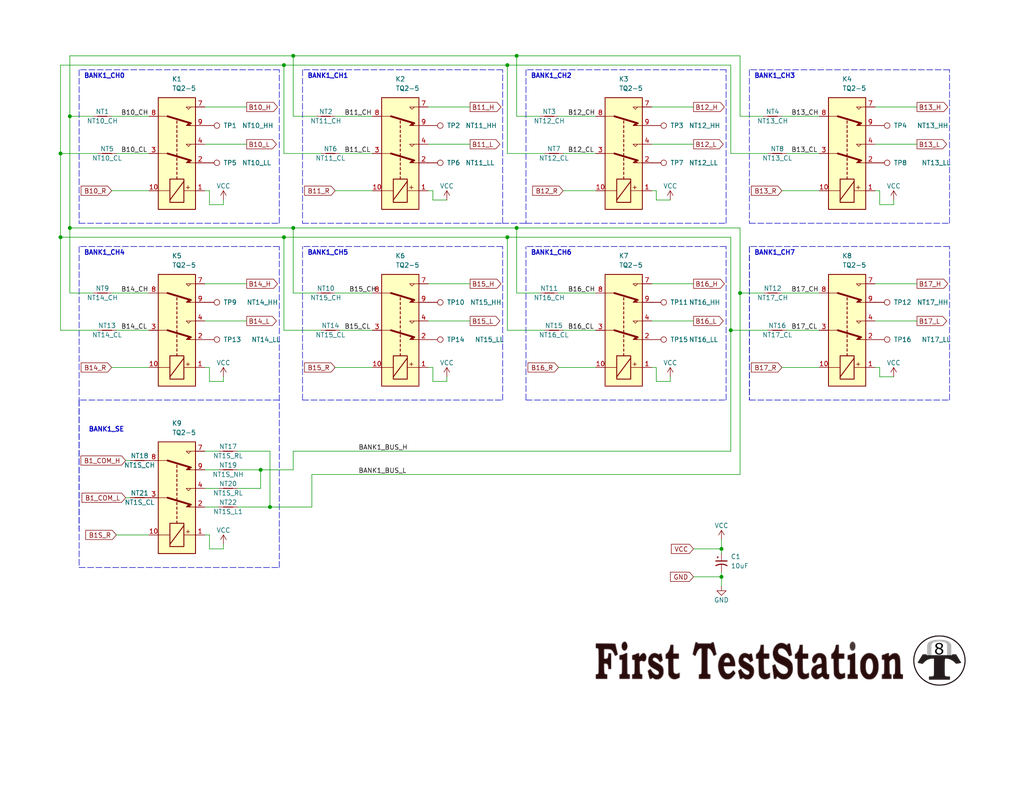
<source format=kicad_sch>
(kicad_sch (version 20211123) (generator eeschema)
  (paper "A")
  (title_block (title "InterconnectIO Board") (date "2022-06-01") (rev "0.1"))
  (lib_symbols
    (symbol "Connector:TestPoint" (pin_numbers hide) (pin_names (offset 0.762) hide)
      (property "Reference" "TP" (at 0 6.858 0))
      (property "Value" "TestPoint" (at 0 5.08 0))
      (symbol "TestPoint_0_1"
        (circle (center 0 3.302) (radius 0.762))
      )
      (symbol "TestPoint_1_1"
        (pin passive line (at 0 0 90) (length 2.54) (name "1") (number "1"))
      )
    )
    (symbol "Device:C_Polarized_Small_US" (pin_numbers hide) (pin_names (offset 0.254) hide)
      (property "Reference" "C" (at 0.254 1.778 0))
      (property "Value" "C_Polarized_Small_US" (at 0.254 -2.032 0))
      (symbol "C_Polarized_Small_US_0_1"
        (polyline (pts (xy -1.524 0.508) (xy 1.524 0.508)) (stroke (width 0.3048)))
        (polyline (pts (xy -1.27 1.524) (xy -0.762 1.524)))
        (polyline (pts (xy -1.016 1.27) (xy -1.016 1.778)))
        (arc (start 1.524 -0.762) (mid 0 -0.3734) (end -1.524 -0.762) (stroke (width 0.3048)))
      )
      (symbol "C_Polarized_Small_US_1_1"
        (pin passive line (at 0 2.54 270) (length 2.032) (name "~") (number "1"))
        (pin passive line (at 0 -2.54 90) (length 2.032) (name "~") (number "2"))
      )
    )
    (symbol "Device:NetTie_2" (pin_numbers hide) (pin_names (offset 0) hide)
      (property "Reference" "NT" (at 0 1.27 0))
      (property "Value" "NetTie_2" (at 0 -1.27 0))
      (symbol "NetTie_2_0_1"
        (polyline (pts (xy -1.27 0) (xy 1.27 0)) (stroke (width 0.254)))
      )
      (symbol "NetTie_2_1_1"
        (pin passive line (at -2.54 0 0) (length 2.54) (name "1") (number "1"))
        (pin passive line (at 2.54 0 180) (length 2.54) (name "2") (number "2"))
      )
    )
    (symbol "Relay:TQ2-5"
      (property "Reference" "K?" (at 17.78 1.2701 0))
      (property "Value" "TQ2-5" (at 17.78 -1.2699 0))
      (symbol "TQ2-5_0_0"
        (text "+" (at -9.271 2.921 0) (effects (font (size 1.27 1.27))))
      )
      (symbol "TQ2-5_0_1"
        (rectangle (start -15.24 5.08) (end 15.24 -5.08) (stroke (width 0.254)) (fill (type background)))
        (rectangle (start -13.335 1.905) (end -6.985 -1.905) (stroke (width 0.254)))
        (polyline (pts (xy -12.7 -1.905) (xy -7.62 1.905)) (stroke (width 0.254)))
        (polyline (pts (xy -10.16 -5.08) (xy -10.16 -1.905)))
        (polyline (pts (xy -10.16 5.08) (xy -10.16 1.905)))
        (polyline (pts (xy -6.985 0) (xy -6.35 0)) (stroke (width 0.254)))
        (polyline (pts (xy -5.715 0) (xy -5.08 0)) (stroke (width 0.254)))
        (polyline (pts (xy -4.445 0) (xy -3.81 0)) (stroke (width 0.254)))
        (polyline (pts (xy -3.175 0) (xy -2.54 0)) (stroke (width 0.254)))
        (polyline (pts (xy -1.905 0) (xy -1.27 0)) (stroke (width 0.254)))
        (polyline (pts (xy -0.635 0) (xy 0 0)) (stroke (width 0.254)))
        (polyline (pts (xy 0 -2.54) (xy -1.905 3.81)) (stroke (width 0.508)))
        (polyline (pts (xy 0 -2.54) (xy 0 -5.08)))
        (polyline (pts (xy 0.635 0) (xy 1.27 0)) (stroke (width 0.254)))
        (polyline (pts (xy 1.905 0) (xy 2.54 0)) (stroke (width 0.254)))
        (polyline (pts (xy 3.175 0) (xy 3.81 0)) (stroke (width 0.254)))
        (polyline (pts (xy 4.445 0) (xy 5.08 0)) (stroke (width 0.254)))
        (polyline (pts (xy 5.715 0) (xy 6.35 0)) (stroke (width 0.254)))
        (polyline (pts (xy 6.985 0) (xy 7.62 0)) (stroke (width 0.254)))
        (polyline (pts (xy 8.255 0) (xy 8.89 0)) (stroke (width 0.254)))
        (polyline (pts (xy 10.16 -2.54) (xy 8.255 3.81)) (stroke (width 0.508)))
        (polyline (pts (xy 10.16 -2.54) (xy 10.16 -5.08)))
        (polyline (pts (xy -2.54 5.08) (xy -2.54 2.54) (xy -1.905 3.175) (xy -2.54 3.81)) (fill (type outline)))
        (polyline (pts (xy 2.54 5.08) (xy 2.54 2.54) (xy 1.905 3.175) (xy 2.54 3.81)))
        (polyline (pts (xy 7.62 5.08) (xy 7.62 2.54) (xy 8.255 3.175) (xy 7.62 3.81)) (fill (type outline)))
        (polyline (pts (xy 12.7 5.08) (xy 12.7 2.54) (xy 12.065 3.175) (xy 12.7 3.81)))
      )
      (symbol "TQ2-5_1_1"
        (pin passive line (at -10.16 7.62 270) (length 2.54) (name "~") (number "1"))
        (pin passive line (at -10.16 -7.62 90) (length 2.54) (name "~") (number "10"))
        (pin passive line (at -2.54 7.62 270) (length 2.54) (name "~") (number "2"))
        (pin passive line (at 0 -7.62 90) (length 2.54) (name "~") (number "3"))
        (pin passive line (at 2.54 7.62 270) (length 2.54) (name "~") (number "4"))
        (pin passive line (at 12.7 7.62 270) (length 2.54) (name "~") (number "7"))
        (pin passive line (at 10.16 -7.62 90) (length 2.54) (name "~") (number "8"))
        (pin passive line (at 7.62 7.62 270) (length 2.54) (name "~") (number "9"))
      )
    )
    (symbol "power:GND" (power) (pin_numbers hide) (pin_names (offset 0) hide)
      (property "Value" "GND" (at 0 -3.81 0))
      (symbol "GND_0_1"
        (polyline (pts (xy 0 0) (xy 0 -1.27) (xy 1.27 -1.27) (xy 0 -2.54) (xy -1.27 -1.27) (xy 0 -1.27)))
      )
      (symbol "GND_1_1"
        (pin power_in line (at 0 0 270) (length 0) hide (name "GND") (number "1"))
      )
    )
    (symbol "power:VCC" (power) (pin_numbers hide) (pin_names (offset 0) hide)
      (property "Value" "VCC" (at 0 3.81 0))
      (symbol "VCC_0_1"
        (polyline (pts (xy -0.762 1.27) (xy 0 2.54)))
        (polyline (pts (xy 0 0) (xy 0 2.54)))
        (polyline (pts (xy 0 2.54) (xy 0.762 1.27)))
      )
      (symbol "VCC_1_1"
        (pin power_in line (at 0 0 90) (length 0) hide (name "VCC") (number "1"))
      )
    )
  )
  (junction (at 138.43 64.77))
  (junction (at 71.12 128.27))
  (junction (at 196.85 149.86))
  (junction (at 16.51 64.77))
  (junction (at 80.01 62.23))
  (junction (at 77.47 64.77))
  (junction (at 199.39 90.17))
  (junction (at 140.97 15.24))
  (junction (at 73.66 138.43))
  (junction (at 201.93 80.01))
  (junction (at 19.05 31.75))
  (junction (at 77.47 17.78))
  (junction (at 196.85 157.48))
  (junction (at 19.05 62.23))
  (junction (at 16.51 41.91))
  (junction (at 140.97 62.23))
  (junction (at 80.01 15.24))
  (junction (at 138.43 17.78))
  (wire (pts (xy 77.47 41.91) (xy 77.47 17.78)))
  (wire (pts (xy 77.47 64.77) (xy 77.47 90.17)))
  (polyline (pts (xy 259.08 60.96) (xy 259.08 19.05)))
  (wire (pts (xy 199.39 41.91) (xy 209.55 41.91)))
  (wire (pts (xy 60.96 55.88) (xy 57.15 55.88)))
  (polyline (pts (xy 21.59 19.05) (xy 21.59 60.96)))
  (wire (pts (xy 16.51 90.17) (xy 26.67 90.17)))
  (wire (pts (xy 238.76 87.63) (xy 250.19 87.63)))
  (polyline (pts (xy 137.16 109.22) (xy 137.16 67.31)))
  (wire (pts (xy 116.84 87.63) (xy 128.27 87.63)))
  (wire (pts (xy 55.88 87.63) (xy 67.31 87.63)))
  (wire (pts (xy 80.01 31.75) (xy 80.01 15.24)))
  (wire (pts (xy 189.23 149.86) (xy 196.85 149.86)))
  (wire (pts (xy 213.36 31.75) (xy 223.52 31.75)))
  (wire (pts (xy 60.96 149.86) (xy 57.15 149.86)))
  (wire (pts (xy 243.84 54.61) (xy 243.84 55.88)))
  (wire (pts (xy 57.15 100.33) (xy 57.15 104.14)))
  (wire (pts (xy 116.84 29.21) (xy 128.27 29.21)))
  (wire (pts (xy 238.76 29.21) (xy 250.19 29.21)))
  (wire (pts (xy 80.01 15.24) (xy 19.05 15.24)))
  (wire (pts (xy 55.88 29.21) (xy 67.31 29.21)))
  (wire (pts (xy 19.05 62.23) (xy 80.01 62.23)))
  (wire (pts (xy 19.05 31.75) (xy 25.4 31.75)))
  (wire (pts (xy 201.93 129.54) (xy 85.09 129.54)))
  (polyline (pts (xy 137.16 60.96) (xy 137.16 19.05)))
  (wire (pts (xy 238.76 77.47) (xy 250.19 77.47)))
  (wire (pts (xy 64.77 133.35) (xy 71.12 133.35)))
  (polyline (pts (xy 198.12 19.05) (xy 143.51 19.05)))
  (wire (pts (xy 91.44 52.07) (xy 101.6 52.07)))
  (wire (pts (xy 16.51 64.77) (xy 16.51 90.17)))
  (wire (pts (xy 213.36 52.07) (xy 223.52 52.07)))
  (wire (pts (xy 16.51 17.78) (xy 77.47 17.78)))
  (wire (pts (xy 80.01 123.19) (xy 80.01 128.27)))
  (wire (pts (xy 208.28 80.01) (xy 201.93 80.01)))
  (wire (pts (xy 201.93 80.01) (xy 201.93 129.54)))
  (wire (pts (xy 55.88 77.47) (xy 67.31 77.47)))
  (polyline (pts (xy 76.2 60.96) (xy 76.2 19.05)))
  (wire (pts (xy 57.15 100.33) (xy 55.88 100.33)))
  (wire (pts (xy 182.88 102.87) (xy 182.88 104.14)))
  (wire (pts (xy 19.05 62.23) (xy 19.05 31.75)))
  (polyline (pts (xy 204.47 67.31) (xy 204.47 109.22)))
  (wire (pts (xy 80.01 62.23) (xy 80.01 80.01)))
  (polyline (pts (xy 143.51 109.22) (xy 198.12 109.22)))
  (wire (pts (xy 85.09 138.43) (xy 73.66 138.43)))
  (wire (pts (xy 182.88 104.14) (xy 179.07 104.14)))
  (wire (pts (xy 140.97 62.23) (xy 140.97 80.01)))
  (polyline (pts (xy 204.47 19.05) (xy 204.47 60.96)))
  (polyline (pts (xy 143.51 19.05) (xy 143.51 60.96)))
  (wire (pts (xy 91.44 31.75) (xy 101.6 31.75)))
  (wire (pts (xy 34.29 135.89) (xy 35.56 135.89)))
  (wire (pts (xy 152.4 31.75) (xy 162.56 31.75)))
  (wire (pts (xy 92.71 90.17) (xy 101.6 90.17)))
  (polyline (pts (xy 82.55 60.96) (xy 137.16 60.96)))
  (polyline (pts (xy 21.59 109.22) (xy 21.59 144.78)))
  (wire (pts (xy 30.48 52.07) (xy 40.64 52.07)))
  (polyline (pts (xy 76.2 154.94) (xy 76.2 146.05)))
  (wire (pts (xy 201.93 80.01) (xy 201.93 62.23)))
  (wire (pts (xy 213.36 80.01) (xy 223.52 80.01)))
  (polyline (pts (xy 76.2 146.05) (xy 76.2 67.31)))
  (wire (pts (xy 55.88 39.37) (xy 67.31 39.37)))
  (wire (pts (xy 138.43 90.17) (xy 148.59 90.17)))
  (wire (pts (xy 118.11 52.07) (xy 116.84 52.07)))
  (polyline (pts (xy 82.55 109.22) (xy 137.16 109.22)))
  (wire (pts (xy 243.84 102.87) (xy 240.03 102.87)))
  (wire (pts (xy 31.75 41.91) (xy 40.64 41.91)))
  (wire (pts (xy 153.67 90.17) (xy 162.56 90.17)))
  (wire (pts (xy 118.11 100.33) (xy 118.11 104.14)))
  (wire (pts (xy 16.51 64.77) (xy 77.47 64.77)))
  (polyline (pts (xy 143.51 60.96) (xy 198.12 60.96)))
  (wire (pts (xy 153.67 52.07) (xy 162.56 52.07)))
  (wire (pts (xy 138.43 41.91) (xy 148.59 41.91)))
  (polyline (pts (xy 143.51 109.22) (xy 143.51 67.31)))
  (wire (pts (xy 152.4 80.01) (xy 162.56 80.01)))
  (polyline (pts (xy 198.12 60.96) (xy 198.12 19.05)))
  (wire (pts (xy 140.97 80.01) (xy 147.32 80.01)))
  (wire (pts (xy 196.85 149.86) (xy 196.85 151.13)))
  (wire (pts (xy 85.09 129.54) (xy 85.09 138.43)))
  (wire (pts (xy 71.12 133.35) (xy 71.12 128.27)))
  (wire (pts (xy 153.67 41.91) (xy 162.56 41.91)))
  (wire (pts (xy 30.48 31.75) (xy 40.64 31.75)))
  (wire (pts (xy 240.03 100.33) (xy 240.03 102.87)))
  (wire (pts (xy 189.23 157.48) (xy 196.85 157.48)))
  (polyline (pts (xy 21.59 109.22) (xy 21.59 154.94)))
  (wire (pts (xy 55.88 123.19) (xy 59.69 123.19)))
  (wire (pts (xy 199.39 123.19) (xy 199.39 90.17)))
  (wire (pts (xy 121.92 102.87) (xy 121.92 104.14)))
  (wire (pts (xy 55.88 133.35) (xy 59.69 133.35)))
  (wire (pts (xy 116.84 77.47) (xy 128.27 77.47)))
  (wire (pts (xy 73.66 138.43) (xy 64.77 138.43)))
  (wire (pts (xy 16.51 41.91) (xy 26.67 41.91)))
  (wire (pts (xy 214.63 90.17) (xy 223.52 90.17)))
  (wire (pts (xy 57.15 52.07) (xy 55.88 52.07)))
  (wire (pts (xy 240.03 52.07) (xy 238.76 52.07)))
  (wire (pts (xy 118.11 52.07) (xy 118.11 54.61)))
  (polyline (pts (xy 21.59 67.31) (xy 21.59 109.22)))
  (wire (pts (xy 34.29 125.73) (xy 35.56 125.73)))
  (wire (pts (xy 138.43 17.78) (xy 138.43 41.91)))
  (wire (pts (xy 25.4 80.01) (xy 19.05 80.01)))
  (wire (pts (xy 91.44 100.33) (xy 101.6 100.33)))
  (wire (pts (xy 179.07 100.33) (xy 177.8 100.33)))
  (polyline (pts (xy 76.2 19.05) (xy 21.59 19.05)))
  (wire (pts (xy 121.92 104.14) (xy 118.11 104.14)))
  (wire (pts (xy 177.8 29.21) (xy 189.23 29.21)))
  (wire (pts (xy 71.12 128.27) (xy 80.01 128.27)))
  (wire (pts (xy 199.39 90.17) (xy 209.55 90.17)))
  (wire (pts (xy 64.77 128.27) (xy 71.12 128.27)))
  (wire (pts (xy 240.03 52.07) (xy 240.03 55.88)))
  (wire (pts (xy 196.85 157.48) (xy 196.85 160.02)))
  (wire (pts (xy 16.51 41.91) (xy 16.51 17.78)))
  (wire (pts (xy 199.39 41.91) (xy 199.39 17.78)))
  (wire (pts (xy 77.47 17.78) (xy 138.43 17.78)))
  (wire (pts (xy 30.48 100.33) (xy 40.64 100.33)))
  (wire (pts (xy 201.93 62.23) (xy 140.97 62.23)))
  (wire (pts (xy 243.84 55.88) (xy 240.03 55.88)))
  (wire (pts (xy 77.47 90.17) (xy 87.63 90.17)))
  (wire (pts (xy 31.75 90.17) (xy 40.64 90.17)))
  (polyline (pts (xy 137.16 67.31) (xy 82.55 67.31)))
  (wire (pts (xy 201.93 31.75) (xy 201.93 15.24)))
  (wire (pts (xy 182.88 54.61) (xy 179.07 54.61)))
  (wire (pts (xy 80.01 123.19) (xy 199.39 123.19)))
  (wire (pts (xy 177.8 39.37) (xy 189.23 39.37)))
  (wire (pts (xy 16.51 64.77) (xy 16.51 41.91)))
  (wire (pts (xy 199.39 64.77) (xy 199.39 90.17)))
  (polyline (pts (xy 259.08 19.05) (xy 204.47 19.05)))
  (wire (pts (xy 30.48 80.01) (xy 40.64 80.01)))
  (polyline (pts (xy 82.55 19.05) (xy 82.55 60.96)))
  (wire (pts (xy 73.66 123.19) (xy 73.66 138.43)))
  (wire (pts (xy 177.8 87.63) (xy 189.23 87.63)))
  (wire (pts (xy 140.97 15.24) (xy 80.01 15.24)))
  (polyline (pts (xy 137.16 19.05) (xy 82.55 19.05)))
  (polyline (pts (xy 137.16 60.96) (xy 143.51 60.96)))
  (wire (pts (xy 208.28 31.75) (xy 201.93 31.75)))
  (wire (pts (xy 57.15 146.05) (xy 57.15 149.86)))
  (wire (pts (xy 140.97 31.75) (xy 140.97 15.24)))
  (wire (pts (xy 214.63 41.91) (xy 223.52 41.91)))
  (wire (pts (xy 80.01 62.23) (xy 140.97 62.23)))
  (wire (pts (xy 92.71 41.91) (xy 101.6 41.91)))
  (wire (pts (xy 179.07 52.07) (xy 177.8 52.07)))
  (wire (pts (xy 147.32 31.75) (xy 140.97 31.75)))
  (wire (pts (xy 138.43 64.77) (xy 138.43 90.17)))
  (polyline (pts (xy 259.08 67.31) (xy 204.47 67.31)))
  (wire (pts (xy 213.36 100.33) (xy 223.52 100.33)))
  (wire (pts (xy 179.07 100.33) (xy 179.07 104.14)))
  (wire (pts (xy 116.84 39.37) (xy 128.27 39.37)))
  (wire (pts (xy 77.47 41.91) (xy 87.63 41.91)))
  (wire (pts (xy 179.07 52.07) (xy 179.07 54.61)))
  (polyline (pts (xy 82.55 109.22) (xy 82.55 67.31)))
  (polyline (pts (xy 259.08 109.22) (xy 259.08 67.31)))
  (wire (pts (xy 55.88 138.43) (xy 59.69 138.43)))
  (polyline (pts (xy 204.47 67.31) (xy 204.47 109.22)))
  (polyline (pts (xy 198.12 109.22) (xy 198.12 67.31)))
  (wire (pts (xy 19.05 80.01) (xy 19.05 62.23)))
  (wire (pts (xy 121.92 54.61) (xy 118.11 54.61)))
  (polyline (pts (xy 204.47 109.22) (xy 259.08 109.22)))
  (wire (pts (xy 177.8 77.47) (xy 189.23 77.47)))
  (wire (pts (xy 138.43 64.77) (xy 199.39 64.77)))
  (wire (pts (xy 19.05 15.24) (xy 19.05 31.75)))
  (wire (pts (xy 57.15 52.07) (xy 57.15 55.88)))
  (wire (pts (xy 240.03 100.33) (xy 238.76 100.33)))
  (wire (pts (xy 91.44 80.01) (xy 101.6 80.01)))
  (wire (pts (xy 64.77 123.19) (xy 73.66 123.19)))
  (wire (pts (xy 60.96 104.14) (xy 57.15 104.14)))
  (wire (pts (xy 80.01 80.01) (xy 86.36 80.01)))
  (wire (pts (xy 86.36 31.75) (xy 80.01 31.75)))
  (wire (pts (xy 201.93 15.24) (xy 140.97 15.24)))
  (wire (pts (xy 60.96 148.59) (xy 60.96 149.86)))
  (wire (pts (xy 57.15 146.05) (xy 55.88 146.05)))
  (wire (pts (xy 196.85 147.32) (xy 196.85 149.86)))
  (polyline (pts (xy 76.2 67.31) (xy 21.59 67.31)))
  (polyline (pts (xy 198.12 67.31) (xy 143.51 67.31)))
  (polyline (pts (xy 76.2 109.22) (xy 21.59 109.22)))
  (wire (pts (xy 152.4 100.33) (xy 162.56 100.33)))
  (wire (pts (xy 196.85 157.48) (xy 196.85 156.21)))
  (wire (pts (xy 31.75 146.05) (xy 40.64 146.05)))
  (polyline (pts (xy 204.47 60.96) (xy 259.08 60.96)))
  (wire (pts (xy 55.88 128.27) (xy 59.69 128.27)))
  (wire (pts (xy 77.47 64.77) (xy 138.43 64.77)))
  (wire (pts (xy 118.11 100.33) (xy 116.84 100.33)))
  (wire (pts (xy 199.39 17.78) (xy 138.43 17.78)))
  (wire (pts (xy 238.76 39.37) (xy 250.19 39.37)))
  (wire (pts (xy 60.96 102.87) (xy 60.96 104.14)))
  (wire (pts (xy 60.96 54.61) (xy 60.96 55.88)))
  (polyline (pts (xy 21.59 60.96) (xy 76.2 60.96)))
  (polyline (pts (xy 21.59 154.94) (xy 76.2 154.94)))
  (image (at 256.54 180.34))
  (image (at 204.47 180.34) (scale 2.13772))
  (text "BANK1_CH3" (at 205.74 21.59 0) (effects (font (size 1.27 1.27) (thickness 0.254) bold) (justify left bottom)))
  (text "BANK1_SE" (at 24.13 118.11 0) (effects (font (size 1.27 1.27) (thickness 0.254) bold) (justify left bottom)))
  (text "BANK1_CH7" (at 205.74 69.85 0) (effects (font (size 1.27 1.27) (thickness 0.254) bold) (justify left bottom)))
  (text "BANK1_CH5" (at 83.82 69.85 0) (effects (font (size 1.27 1.27) (thickness 0.254) bold) (justify left bottom)))
  (text "BANK1_CH1" (at 83.82 21.59 0) (effects (font (size 1.27 1.27) (thickness 0.254) bold) (justify left bottom)))
  (text "BANK1_CH4" (at 22.86 69.85 0) (effects (font (size 1.27 1.27) (thickness 0.254) bold) (justify left bottom)))
  (text "BANK1_CH0" (at 22.86 21.59 0) (effects (font (size 1.27 1.27) (thickness 0.254) bold) (justify left bottom)))
  (text "BANK1_CH2" (at 144.78 21.59 0) (effects (font (size 1.27 1.27) (thickness 0.254) bold) (justify left bottom)))
  (text "BANK1_CH6" (at 144.78 69.85 0) (effects (font (size 1.27 1.27) (thickness 0.254) bold) (justify left bottom)))
  (label "B12_CH" (at 154.94 31.75 0))
  (label "B15_CL" (at 93.98 90.17 0))
  (label "BANK1_BUS_L" (at 97.79 129.54 0))
  (label "B11_CL" (at 93.98 41.91 0))
  (label "B16_CH" (at 154.94 80.01 0))
  (label "B16_CL" (at 154.94 90.17 0))
  (label "B12_CL" (at 154.94 41.91 0))
  (label "B15_CH" (at 95.25 80.01 0))
  (label "B14_CH" (at 33.02 80.01 0))
  (label "B17_CL" (at 215.9 90.17 0))
  (label "B13_CH" (at 215.9 31.75 0))
  (label "B14_CL" (at 33.02 90.17 0))
  (label "B10_CL" (at 33.02 41.91 0))
  (label "B10_CH" (at 33.02 31.75 0))
  (label "B13_CL" (at 215.9 41.91 0))
  (label "B11_CH" (at 93.98 31.75 0))
  (label "BANK1_BUS_H" (at 97.79 123.19 0))
  (label "B17_CH" (at 215.9 80.01 0))
  (global_label "B15_L" (shape output) (at 128.27 87.63 0) (property "Intersheet References" "${INTERSHEET_REFS}" (effects hide)))
  (global_label "B12_R" (shape input) (at 153.67 52.07 180) (property "Intersheet References" "${INTERSHEET_REFS}" (effects hide)))
  (global_label "B17_H" (shape output) (at 250.19 77.47 0) (property "Intersheet References" "${INTERSHEET_REFS}" (effects hide)))
  (global_label "GND" (shape input) (at 189.23 157.48 180) (property "Intersheet References" "${INTERSHEET_REFS}" (effects hide)))
  (global_label "B17_L" (shape output) (at 250.19 87.63 0) (property "Intersheet References" "${INTERSHEET_REFS}" (effects hide)))
  (global_label "VCC" (shape input) (at 189.23 149.86 180) (property "Intersheet References" "${INTERSHEET_REFS}" (effects hide)))
  (global_label "B11_L" (shape output) (at 128.27 39.37 0) (property "Intersheet References" "${INTERSHEET_REFS}" (effects hide)))
  (global_label "B13_R" (shape input) (at 213.36 52.07 180) (property "Intersheet References" "${INTERSHEET_REFS}" (effects hide)))
  (global_label "B10_R" (shape input) (at 30.48 52.07 180) (property "Intersheet References" "${INTERSHEET_REFS}" (effects hide)))
  (global_label "B16_R" (shape input) (at 152.4 100.33 180) (property "Intersheet References" "${INTERSHEET_REFS}" (effects hide)))
  (global_label "B1_COM_H" (shape input) (at 34.29 125.73 180) (property "Intersheet References" "${INTERSHEET_REFS}" (effects hide)))
  (global_label "B16_H" (shape output) (at 189.23 77.47 0) (property "Intersheet References" "${INTERSHEET_REFS}" (effects hide)))
  (global_label "B14_H" (shape output) (at 67.31 77.47 0) (property "Intersheet References" "${INTERSHEET_REFS}" (effects hide)))
  (global_label "B14_L" (shape output) (at 67.31 87.63 0) (property "Intersheet References" "${INTERSHEET_REFS}" (effects hide)))
  (global_label "B14_R" (shape input) (at 30.48 100.33 180) (property "Intersheet References" "${INTERSHEET_REFS}" (effects hide)))
  (global_label "B11_R" (shape input) (at 91.44 52.07 180) (property "Intersheet References" "${INTERSHEET_REFS}" (effects hide)))
  (global_label "B12_H" (shape output) (at 189.23 29.21 0) (property "Intersheet References" "${INTERSHEET_REFS}" (effects hide)))
  (global_label "B15_H" (shape output) (at 128.27 77.47 0) (property "Intersheet References" "${INTERSHEET_REFS}" (effects hide)))
  (global_label "B16_L" (shape output) (at 189.23 87.63 0) (property "Intersheet References" "${INTERSHEET_REFS}" (effects hide)))
  (global_label "B12_L" (shape output) (at 189.23 39.37 0) (property "Intersheet References" "${INTERSHEET_REFS}" (effects hide)))
  (global_label "B17_R" (shape input) (at 213.36 100.33 180) (property "Intersheet References" "${INTERSHEET_REFS}" (effects hide)))
  (global_label "B15_R" (shape input) (at 91.44 100.33 180) (property "Intersheet References" "${INTERSHEET_REFS}" (effects hide)))
  (global_label "B10_H" (shape output) (at 67.31 29.21 0) (property "Intersheet References" "${INTERSHEET_REFS}" (effects hide)))
  (global_label "B1S_R" (shape input) (at 31.75 146.05 180) (property "Intersheet References" "${INTERSHEET_REFS}" (effects hide)))
  (global_label "B11_H" (shape output) (at 128.27 29.21 0) (property "Intersheet References" "${INTERSHEET_REFS}" (effects hide)))
  (global_label "B1_COM_L" (shape input) (at 34.29 135.89 180) (property "Intersheet References" "${INTERSHEET_REFS}" (effects hide)))
  (global_label "B13_H" (shape output) (at 250.19 29.21 0) (property "Intersheet References" "${INTERSHEET_REFS}" (effects hide)))
  (global_label "B10_L" (shape output) (at 67.31 39.37 0) (property "Intersheet References" "${INTERSHEET_REFS}" (effects hide)))
  (global_label "B13_L" (shape output) (at 250.19 39.37 0) (property "Intersheet References" "${INTERSHEET_REFS}" (effects hide)))
  (symbol (lib_id "Connector:TestPoint") (at 55.88 92.71 270) (unit 1)
    (property "Reference" "TP13" (at 60.96 92.71 90) (effects (justify left)))
    (property "Value" "NT14_LL" (at 68.58 92.71 90) (effects (justify left)))
    (property "Footprint" "TestPoint:TestPoint_THTPad_D1.5mm_Drill0.7mm" (effects hide))
  )
  (symbol (lib_id "Device:NetTie_2") (at 62.23 123.19 0) (unit 1)
    (property "Reference" "NT17" (at 62.23 121.92 0))
    (property "Value" "NT1S_RL" (at 62.23 124.46 0))
    (property "Footprint" "NetTie:NetTie-2_Front1.0mm" (effects hide))
  )
  (symbol (lib_id "Connector:TestPoint") (at 238.76 82.55 270) (unit 1)
    (property "Reference" "TP12" (at 243.84 82.55 90) (effects (justify left)))
    (property "Value" "NT17_HH" (at 250.19 82.55 90) (effects (justify left)))
    (property "Footprint" "TestPoint:TestPoint_THTPad_D1.5mm_Drill0.7mm" (effects hide))
  )
  (symbol (lib_id "Device:NetTie_2") (at 62.23 138.43 0) (unit 1)
    (property "Reference" "NT22" (at 62.23 137.16 0))
    (property "Value" "NT1S_L1" (at 62.23 139.7 0))
    (property "Footprint" "NetTie:NetTie-2_Front1.0mm" (effects hide))
  )
  (symbol (lib_id "Device:C_Polarized_Small_US") (at 196.85 153.67 0) (unit 1)
    (property "Reference" "C1" (at 199.39 151.9681 0) (effects (justify left)))
    (property "Value" "10uF" (at 199.39 154.5081 0) (effects (justify left)))
    (property "Footprint" "Capacitor_THT:CP_Radial_D4.0mm_P1.50mm" (effects hide))
  )
  (symbol (lib_id "Device:NetTie_2") (at 149.86 80.01 0) (unit 1)
    (property "Reference" "NT11" (at 149.86 78.74 0))
    (property "Value" "NT16_CH" (at 149.86 81.28 0))
    (property "Footprint" "NetTie:NetTie-2_Front1.0mm" (effects hide))
  )
  (symbol (lib_id "Relay:TQ2-5") (at 231.14 41.91 270) (mirror x) (unit 1)
    (property "Reference" "K4" (at 231.14 21.59 90))
    (property "Value" "TQ2-5" (at 229.8701 24.13 90) (effects (justify left)))
    (property "Footprint" "Relay_THT:Relay_DPDT_FRT5" (effects hide))
    (property "Datasheet" "http://omronfs.omron.com/en_US/ecb/products/pdf/en-tq2.pdf" (effects hide))
  )
  (symbol (lib_id "power:VCC") (at 196.85 147.32 0) (unit 1)
    (property "Reference" "#PWR09" (effects hide))
    (property "Value" "VCC" (at 196.85 143.51 0))
  )
  (symbol (lib_id "Connector:TestPoint") (at 177.8 82.55 270) (unit 1)
    (property "Reference" "TP11" (at 182.88 82.55 90) (effects (justify left)))
    (property "Value" "NT16_HH" (at 187.96 82.55 90) (effects (justify left)))
    (property "Footprint" "TestPoint:TestPoint_THTPad_D1.5mm_Drill0.7mm" (effects hide))
  )
  (symbol (lib_id "Device:NetTie_2") (at 210.82 80.01 0) (unit 1)
    (property "Reference" "NT12" (at 210.82 78.74 0))
    (property "Value" "NT17_CH" (at 210.82 81.28 0))
    (property "Footprint" "NetTie:NetTie-2_Front1.0mm" (effects hide))
  )
  (symbol (lib_id "Device:NetTie_2") (at 27.94 31.75 0) (unit 1)
    (property "Reference" "NT1" (at 27.94 30.48 0))
    (property "Value" "NT10_CH" (at 27.94 33.02 0))
    (property "Footprint" "NetTie:NetTie-2_Front1.0mm" (effects hide))
  )
  (symbol (lib_id "power:GND") (at 196.85 160.02 0) (unit 1)
    (property "Reference" "#PWR011" (effects hide))
    (property "Value" "GND" (at 196.85 163.83 0))
  )
  (symbol (lib_id "Relay:TQ2-5") (at 48.26 41.91 270) (mirror x) (unit 1)
    (property "Reference" "K1" (at 48.26 21.59 90))
    (property "Value" "TQ2-5" (at 46.9901 24.13 90) (effects (justify left)))
    (property "Footprint" "Relay_THT:Relay_DPDT_FRT5" (effects hide))
    (property "Datasheet" "http://omronfs.omron.com/en_US/ecb/products/pdf/en-tq2.pdf" (effects hide))
  )
  (symbol (lib_id "Relay:TQ2-5") (at 231.14 90.17 270) (mirror x) (unit 1)
    (property "Reference" "K8" (at 231.14 69.85 90))
    (property "Value" "TQ2-5" (at 229.8701 72.39 90) (effects (justify left)))
    (property "Footprint" "Relay_THT:Relay_DPDT_FRT5" (effects hide))
    (property "Datasheet" "http://omronfs.omron.com/en_US/ecb/products/pdf/en-tq2.pdf" (effects hide))
  )
  (symbol (lib_id "power:VCC") (at 121.92 102.87 0) (unit 1)
    (property "Reference" "#PWR06" (effects hide))
    (property "Value" "VCC" (at 121.92 99.06 0))
  )
  (symbol (lib_id "power:VCC") (at 182.88 102.87 0) (unit 1)
    (property "Reference" "#PWR07" (effects hide))
    (property "Value" "VCC" (at 182.88 99.06 0))
  )
  (symbol (lib_id "Device:NetTie_2") (at 38.1 135.89 0) (unit 1)
    (property "Reference" "NT21" (at 38.1 134.62 0))
    (property "Value" "NT1S_CL" (at 38.1 137.16 0))
    (property "Footprint" "NetTie:NetTie-2_Front1.0mm" (effects hide))
  )
  (symbol (lib_id "Device:NetTie_2") (at 212.09 41.91 0) (unit 1)
    (property "Reference" "NT8" (at 212.09 40.64 0))
    (property "Value" "NT13_CL" (at 212.09 43.18 0))
    (property "Footprint" "NetTie:NetTie-2_Front1.0mm" (effects hide))
  )
  (symbol (lib_id "Relay:TQ2-5") (at 48.26 135.89 270) (mirror x) (unit 1)
    (property "Reference" "K9" (at 48.26 115.57 90))
    (property "Value" "TQ2-5" (at 46.9901 118.11 90) (effects (justify left)))
    (property "Footprint" "Relay_THT:Relay_DPDT_FRT5" (effects hide))
    (property "Datasheet" "http://omronfs.omron.com/en_US/ecb/products/pdf/en-tq2.pdf" (effects hide))
  )
  (symbol (lib_id "Device:NetTie_2") (at 149.86 31.75 0) (unit 1)
    (property "Reference" "NT3" (at 149.86 30.48 0))
    (property "Value" "NT12_CH" (at 149.86 33.02 0))
    (property "Footprint" "NetTie:NetTie-2_Front1.0mm" (effects hide))
  )
  (symbol (lib_id "Connector:TestPoint") (at 116.84 34.29 270) (unit 1)
    (property "Reference" "TP2" (at 121.92 34.29 90) (effects (justify left)))
    (property "Value" "NT11_HH" (at 127 34.29 90) (effects (justify left)))
    (property "Footprint" "TestPoint:TestPoint_THTPad_D1.5mm_Drill0.7mm" (effects hide))
  )
  (symbol (lib_id "Connector:TestPoint") (at 177.8 92.71 270) (unit 1)
    (property "Reference" "TP15" (at 182.88 92.71 90) (effects (justify left)))
    (property "Value" "NT16_LL" (at 187.96 92.71 90) (effects (justify left)))
    (property "Footprint" "TestPoint:TestPoint_THTPad_D1.5mm_Drill0.7mm" (effects hide))
  )
  (symbol (lib_id "Relay:TQ2-5") (at 109.22 90.17 270) (mirror x) (unit 1)
    (property "Reference" "K6" (at 109.22 69.85 90))
    (property "Value" "TQ2-5" (at 107.9501 72.39 90) (effects (justify left)))
    (property "Footprint" "Relay_THT:Relay_DPDT_FRT5" (effects hide))
    (property "Datasheet" "http://omronfs.omron.com/en_US/ecb/products/pdf/en-tq2.pdf" (effects hide))
  )
  (symbol (lib_id "Device:NetTie_2") (at 62.23 128.27 0) (unit 1)
    (property "Reference" "NT19" (at 62.23 127 0))
    (property "Value" "NT1S_NH" (at 62.23 129.54 0))
    (property "Footprint" "NetTie:NetTie-2_Front1.0mm" (effects hide))
  )
  (symbol (lib_id "Connector:TestPoint") (at 238.76 34.29 270) (unit 1)
    (property "Reference" "TP4" (at 243.84 34.29 90) (effects (justify left)))
    (property "Value" "NT13_HH" (at 250.19 34.29 90) (effects (justify left)))
    (property "Footprint" "TestPoint:TestPoint_THTPad_D1.5mm_Drill0.7mm" (effects hide))
  )
  (symbol (lib_id "Device:NetTie_2") (at 88.9 80.01 0) (unit 1)
    (property "Reference" "NT10" (at 88.9 78.74 0))
    (property "Value" "NT15_CH" (at 88.9 81.28 0))
    (property "Footprint" "NetTie:NetTie-2_Front1.0mm" (effects hide))
  )
  (symbol (lib_id "power:VCC") (at 60.96 102.87 0) (unit 1)
    (property "Reference" "#PWR05" (effects hide))
    (property "Value" "VCC" (at 60.96 99.06 0))
  )
  (symbol (lib_id "Connector:TestPoint") (at 116.84 44.45 270) (unit 1)
    (property "Reference" "TP6" (at 121.92 44.45 90) (effects (justify left)))
    (property "Value" "NT11_LL" (at 127 44.45 90) (effects (justify left)))
    (property "Footprint" "TestPoint:TestPoint_THTPad_D1.5mm_Drill0.7mm" (effects hide))
  )
  (symbol (lib_id "Device:NetTie_2") (at 38.1 125.73 0) (unit 1)
    (property "Reference" "NT18" (at 38.1 124.46 0))
    (property "Value" "NT1S_CH" (at 38.1 127 0))
    (property "Footprint" "NetTie:NetTie-2_Front1.0mm" (effects hide))
  )
  (symbol (lib_id "power:VCC") (at 121.92 54.61 0) (unit 1)
    (property "Reference" "#PWR02" (effects hide))
    (property "Value" "VCC" (at 121.92 50.8 0))
  )
  (symbol (lib_id "Connector:TestPoint") (at 238.76 92.71 270) (unit 1)
    (property "Reference" "TP16" (at 243.84 92.71 90) (effects (justify left)))
    (property "Value" "NT17_LL" (at 251.46 92.71 90) (effects (justify left)))
    (property "Footprint" "TestPoint:TestPoint_THTPad_D1.5mm_Drill0.7mm" (effects hide))
  )
  (symbol (lib_id "Connector:TestPoint") (at 238.76 44.45 270) (unit 1)
    (property "Reference" "TP8" (at 243.84 44.45 90) (effects (justify left)))
    (property "Value" "NT13_LL" (at 251.46 44.45 90) (effects (justify left)))
    (property "Footprint" "TestPoint:TestPoint_THTPad_D1.5mm_Drill0.7mm" (effects hide))
  )
  (symbol (lib_id "Connector:TestPoint") (at 116.84 92.71 270) (unit 1)
    (property "Reference" "TP14" (at 121.92 92.71 90) (effects (justify left)))
    (property "Value" "NT15_LL" (at 129.54 92.71 90) (effects (justify left)))
    (property "Footprint" "TestPoint:TestPoint_THTPad_D1.5mm_Drill0.7mm" (effects hide))
  )
  (symbol (lib_id "Device:NetTie_2") (at 88.9 31.75 0) (unit 1)
    (property "Reference" "NT2" (at 88.9 30.48 0))
    (property "Value" "NT11_CH" (at 88.9 33.02 0))
    (property "Footprint" "NetTie:NetTie-2_Front1.0mm" (effects hide))
  )
  (symbol (lib_id "power:VCC") (at 243.84 102.87 0) (unit 1)
    (property "Reference" "#PWR08" (effects hide))
    (property "Value" "VCC" (at 243.84 99.06 0))
  )
  (symbol (lib_id "Device:NetTie_2") (at 27.94 80.01 0) (unit 1)
    (property "Reference" "NT9" (at 27.94 78.74 0))
    (property "Value" "NT14_CH" (at 27.94 81.28 0))
    (property "Footprint" "NetTie:NetTie-2_Front1.0mm" (effects hide))
  )
  (symbol (lib_id "Relay:TQ2-5") (at 109.22 41.91 270) (mirror x) (unit 1)
    (property "Reference" "K2" (at 109.22 21.59 90))
    (property "Value" "TQ2-5" (at 107.9501 24.13 90) (effects (justify left)))
    (property "Footprint" "Relay_THT:Relay_DPDT_FRT5" (effects hide))
    (property "Datasheet" "http://omronfs.omron.com/en_US/ecb/products/pdf/en-tq2.pdf" (effects hide))
  )
  (symbol (lib_id "power:VCC") (at 60.96 54.61 0) (unit 1)
    (property "Reference" "#PWR01" (effects hide))
    (property "Value" "VCC" (at 60.96 50.8 0))
  )
  (symbol (lib_id "Relay:TQ2-5") (at 170.18 90.17 270) (mirror x) (unit 1)
    (property "Reference" "K7" (at 170.18 69.85 90))
    (property "Value" "TQ2-5" (at 168.9101 72.39 90) (effects (justify left)))
    (property "Footprint" "Relay_THT:Relay_DPDT_FRT5" (effects hide))
    (property "Datasheet" "http://omronfs.omron.com/en_US/ecb/products/pdf/en-tq2.pdf" (effects hide))
  )
  (symbol (lib_id "Device:NetTie_2") (at 90.17 41.91 0) (unit 1)
    (property "Reference" "NT6" (at 90.17 40.64 0))
    (property "Value" "NT11_CL" (at 90.17 43.18 0))
    (property "Footprint" "NetTie:NetTie-2_Front1.0mm" (effects hide))
  )
  (symbol (lib_id "Device:NetTie_2") (at 29.21 90.17 0) (unit 1)
    (property "Reference" "NT13" (at 29.21 88.9 0))
    (property "Value" "NT14_CL" (at 29.21 91.44 0))
    (property "Footprint" "NetTie:NetTie-2_Front1.0mm" (effects hide))
  )
  (symbol (lib_id "Relay:TQ2-5") (at 170.18 41.91 270) (mirror x) (unit 1)
    (property "Reference" "K3" (at 170.18 21.59 90))
    (property "Value" "TQ2-5" (at 168.9101 24.13 90) (effects (justify left)))
    (property "Footprint" "Relay_THT:Relay_DPDT_FRT5" (effects hide))
    (property "Datasheet" "http://omronfs.omron.com/en_US/ecb/products/pdf/en-tq2.pdf" (effects hide))
  )
  (symbol (lib_id "power:VCC") (at 243.84 54.61 0) (unit 1)
    (property "Reference" "#PWR04" (effects hide))
    (property "Value" "VCC" (at 243.84 50.8 0))
  )
  (symbol (lib_id "Device:NetTie_2") (at 62.23 133.35 0) (unit 1)
    (property "Reference" "NT20" (at 62.23 132.08 0))
    (property "Value" "NT1S_RL" (at 62.23 134.62 0))
    (property "Footprint" "NetTie:NetTie-2_Front1.0mm" (effects hide))
  )
  (symbol (lib_id "Connector:TestPoint") (at 55.88 34.29 270) (unit 1)
    (property "Reference" "TP1" (at 60.96 34.29 90) (effects (justify left)))
    (property "Value" "NT10_HH" (at 66.04 34.29 90) (effects (justify left)))
    (property "Footprint" "TestPoint:TestPoint_THTPad_D1.5mm_Drill0.7mm" (effects hide))
  )
  (symbol (lib_id "Device:NetTie_2") (at 29.21 41.91 0) (unit 1)
    (property "Reference" "NT5" (at 29.21 40.64 0))
    (property "Value" "NT10_CL" (at 29.21 43.18 0))
    (property "Footprint" "NetTie:NetTie-2_Front1.0mm" (effects hide))
  )
  (symbol (lib_id "power:VCC") (at 60.96 148.59 0) (unit 1)
    (property "Reference" "#PWR010" (effects hide))
    (property "Value" "VCC" (at 60.96 144.78 0))
  )
  (symbol (lib_id "Relay:TQ2-5") (at 48.26 90.17 270) (mirror x) (unit 1)
    (property "Reference" "K5" (at 48.26 69.85 90))
    (property "Value" "TQ2-5" (at 46.9901 72.39 90) (effects (justify left)))
    (property "Footprint" "Relay_THT:Relay_DPDT_FRT5" (effects hide))
    (property "Datasheet" "http://omronfs.omron.com/en_US/ecb/products/pdf/en-tq2.pdf" (effects hide))
  )
  (symbol (lib_id "Connector:TestPoint") (at 177.8 44.45 270) (unit 1)
    (property "Reference" "TP7" (at 182.88 44.45 90) (effects (justify left)))
    (property "Value" "NT12_LL" (at 187.96 44.45 90) (effects (justify left)))
    (property "Footprint" "TestPoint:TestPoint_THTPad_D1.5mm_Drill0.7mm" (effects hide))
  )
  (symbol (lib_id "Connector:TestPoint") (at 55.88 44.45 270) (unit 1)
    (property "Reference" "TP5" (at 60.96 44.45 90) (effects (justify left)))
    (property "Value" "NT10_LL" (at 66.04 44.45 90) (effects (justify left)))
    (property "Footprint" "TestPoint:TestPoint_THTPad_D1.5mm_Drill0.7mm" (effects hide))
  )
  (symbol (lib_id "power:VCC") (at 182.88 54.61 0) (unit 1)
    (property "Reference" "#PWR03" (effects hide))
    (property "Value" "VCC" (at 182.88 50.8 0))
  )
  (symbol (lib_id "Device:NetTie_2") (at 210.82 31.75 0) (unit 1)
    (property "Reference" "NT4" (at 210.82 30.48 0))
    (property "Value" "NT13_CH" (at 210.82 33.02 0))
    (property "Footprint" "NetTie:NetTie-2_Front1.0mm" (effects hide))
  )
  (symbol (lib_id "Device:NetTie_2") (at 212.09 90.17 0) (unit 1)
    (property "Reference" "NT16" (at 212.09 88.9 0))
    (property "Value" "NT17_CL" (at 212.09 91.44 0))
    (property "Footprint" "NetTie:NetTie-2_Front1.0mm" (effects hide))
  )
  (symbol (lib_id "Device:NetTie_2") (at 90.17 90.17 0) (unit 1)
    (property "Reference" "NT14" (at 90.17 88.9 0))
    (property "Value" "NT15_CL" (at 90.17 91.44 0))
    (property "Footprint" "NetTie:NetTie-2_Front1.0mm" (effects hide))
  )
  (symbol (lib_id "Connector:TestPoint") (at 116.84 82.55 270) (unit 1)
    (property "Reference" "TP10" (at 121.92 82.55 90) (effects (justify left)))
    (property "Value" "NT15_HH" (at 128.27 82.55 90) (effects (justify left)))
    (property "Footprint" "TestPoint:TestPoint_THTPad_D1.5mm_Drill0.7mm" (effects hide))
  )
  (symbol (lib_id "Connector:TestPoint") (at 55.88 82.55 270) (unit 1)
    (property "Reference" "TP9" (at 60.96 82.55 90) (effects (justify left)))
    (property "Value" "NT14_HH" (at 67.31 82.55 90) (effects (justify left)))
    (property "Footprint" "TestPoint:TestPoint_THTPad_D1.5mm_Drill0.7mm" (effects hide))
  )
  (symbol (lib_id "Device:NetTie_2") (at 151.13 41.91 0) (unit 1)
    (property "Reference" "NT7" (at 151.13 40.64 0))
    (property "Value" "NT12_CL" (at 151.13 43.18 0))
    (property "Footprint" "NetTie:NetTie-2_Front1.0mm" (effects hide))
  )
  (symbol (lib_id "Device:NetTie_2") (at 151.13 90.17 0) (unit 1)
    (property "Reference" "NT15" (at 151.13 88.9 0))
    (property "Value" "NT16_CL" (at 151.13 91.44 0))
    (property "Footprint" "NetTie:NetTie-2_Front1.0mm" (effects hide))
  )
  (symbol (lib_id "Connector:TestPoint") (at 177.8 34.29 270) (unit 1)
    (property "Reference" "TP3" (at 182.88 34.29 90) (effects (justify left)))
    (property "Value" "NT12_HH" (at 187.96 34.29 90) (effects (justify left)))
    (property "Footprint" "TestPoint:TestPoint_THTPad_D1.5mm_Drill0.7mm" (effects hide))
  )
)
</source>
